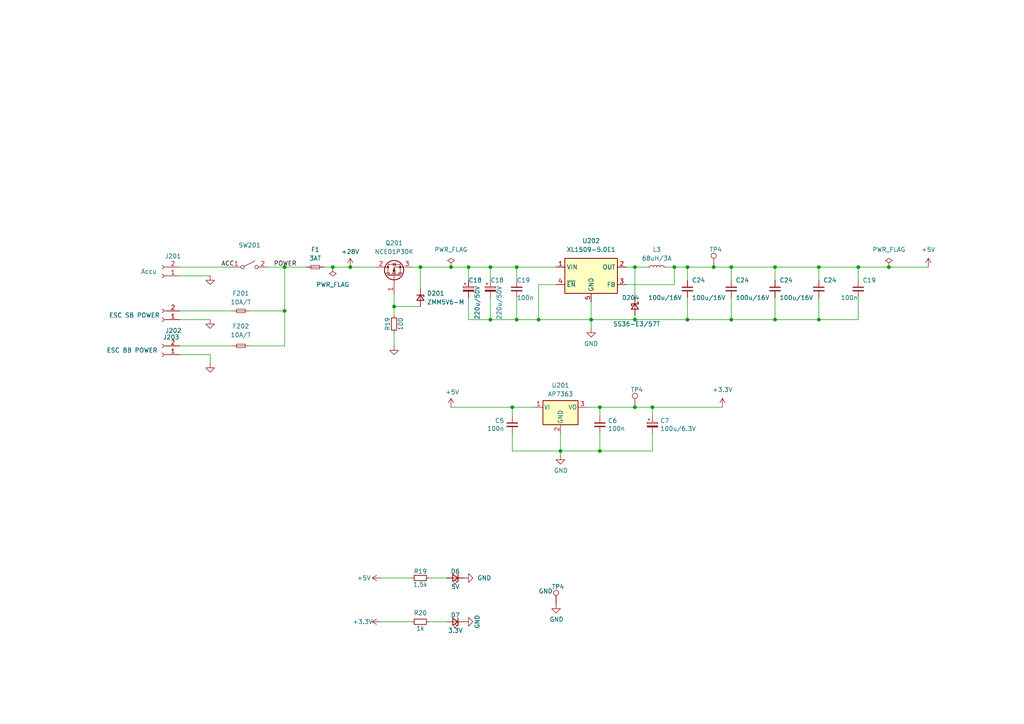
<source format=kicad_sch>
(kicad_sch (version 20230121) (generator eeschema)
  (paper "A4")
  (lib_symbols
    (symbol "Confocal:AP7363" (pin_names (offset 0.254))
      (property "Reference" "U203" (at 0 6.35 0))
      (property "Value" "AP7363" (at 0 3.81 0))
      (symbol "AP7363_0_1"
        (rectangle (start -5.08 -5.08) (end 5.08 1.905) (stroke (width 0.254)) (fill (type background)))
      )
      (symbol "AP7363_1_1"
        (pin power_in line (at -7.62 0 0) (length 2.54) (name "VI") (number "1"))
        (pin power_in line (at 0 -7.62 90) (length 2.54) (name "GND") (number "2"))
        (pin power_out line (at 7.62 0 180) (length 2.54) (name "VO") (number "3"))
      )
    )
    (symbol "Connector:Conn_01x02_Socket" (pin_names (offset 1.016) hide)
      (property "Reference" "J" (at 0 2.54 0))
      (property "Value" "Conn_01x02_Socket" (at 0 -5.08 0))
      (symbol "Conn_01x02_Socket_1_1"
        (arc (start 0 -2.032) (mid -0.5058 -2.54) (end 0 -3.048) (stroke (width 0.1524)))
        (polyline (pts (xy -1.27 -2.54) (xy -0.508 -2.54)) (stroke (width 0.1524)))
        (polyline (pts (xy -1.27 0) (xy -0.508 0)) (stroke (width 0.1524)))
        (arc (start 0 0.508) (mid -0.5058 0) (end 0 -0.508) (stroke (width 0.1524)))
        (pin passive line (at -5.08 0 0) (length 3.81) (name "Pin_1") (number "1"))
        (pin passive line (at -5.08 -2.54 0) (length 3.81) (name "Pin_2") (number "2"))
      )
    )
    (symbol "Connector:TestPoint" (pin_numbers hide) (pin_names (offset 0.762) hide)
      (property "Reference" "TP" (at 0 6.858 0))
      (property "Value" "TestPoint" (at 0 5.08 0))
      (symbol "TestPoint_0_1"
        (circle (center 0 3.302) (radius 0.762))
      )
      (symbol "TestPoint_1_1"
        (pin passive line (at 0 0 90) (length 2.54) (name "1") (number "1"))
      )
    )
    (symbol "Device:CP_Small" (pin_numbers hide) (pin_names (offset 0.254) hide)
      (property "Reference" "C" (at 0.254 1.778 0))
      (property "Value" "Device_CP_Small" (at 0.254 -2.032 0))
      (symbol "CP_Small_0_1"
        (rectangle (start -1.524 -0.3048) (end 1.524 -0.6858) (fill (type outline)))
        (rectangle (start -1.524 0.6858) (end 1.524 0.3048))
        (polyline (pts (xy -1.27 1.524) (xy -0.762 1.524)))
        (polyline (pts (xy -1.016 1.27) (xy -1.016 1.778)))
      )
      (symbol "CP_Small_1_1"
        (pin passive line (at 0 2.54 270) (length 1.8542) (name "~") (number "1"))
        (pin passive line (at 0 -2.54 90) (length 1.8542) (name "~") (number "2"))
      )
    )
    (symbol "Device:C_Polarized_Small" (pin_numbers hide) (pin_names (offset 0.254) hide)
      (property "Reference" "C" (at 0.254 1.778 0))
      (property "Value" "C_Polarized_Small" (at 0.254 -2.032 0))
      (symbol "C_Polarized_Small_0_1"
        (rectangle (start -1.524 -0.3048) (end 1.524 -0.6858) (fill (type outline)))
        (rectangle (start -1.524 0.6858) (end 1.524 0.3048))
        (polyline (pts (xy -1.27 1.524) (xy -0.762 1.524)))
        (polyline (pts (xy -1.016 1.27) (xy -1.016 1.778)))
      )
      (symbol "C_Polarized_Small_1_1"
        (pin passive line (at 0 2.54 270) (length 1.8542) (name "~") (number "1"))
        (pin passive line (at 0 -2.54 90) (length 1.8542) (name "~") (number "2"))
      )
    )
    (symbol "Device:C_Small" (pin_numbers hide) (pin_names (offset 0.254) hide)
      (property "Reference" "C" (at 0.254 1.778 0))
      (property "Value" "C_Small" (at 0.254 -2.032 0))
      (symbol "C_Small_0_1"
        (polyline (pts (xy -1.524 -0.508) (xy 1.524 -0.508)) (stroke (width 0.3302)))
        (polyline (pts (xy -1.524 0.508) (xy 1.524 0.508)) (stroke (width 0.3048)))
      )
      (symbol "C_Small_1_1"
        (pin passive line (at 0 2.54 270) (length 2.032) (name "~") (number "1"))
        (pin passive line (at 0 -2.54 90) (length 2.032) (name "~") (number "2"))
      )
    )
    (symbol "Device:D_Schottky_Small" (pin_numbers hide) (pin_names (offset 0.254) hide)
      (property "Reference" "D" (at -1.27 2.032 0))
      (property "Value" "D_Schottky_Small" (at -7.112 -2.032 0))
      (symbol "D_Schottky_Small_0_1"
        (polyline (pts (xy -0.762 0) (xy 0.762 0)))
        (polyline (pts (xy 0.762 -1.016) (xy -0.762 0) (xy 0.762 1.016) (xy 0.762 -1.016)) (stroke (width 0.254)))
        (polyline (pts (xy -1.27 0.762) (xy -1.27 1.016) (xy -0.762 1.016) (xy -0.762 -1.016) (xy -0.254 -1.016) (xy -0.254 -0.762)) (stroke (width 0.254)))
      )
      (symbol "D_Schottky_Small_1_1"
        (pin passive line (at -2.54 0 0) (length 1.778) (name "K") (number "1"))
        (pin passive line (at 2.54 0 180) (length 1.778) (name "A") (number "2"))
      )
    )
    (symbol "Device:D_Zener_Small" (pin_numbers hide) (pin_names (offset 0.254) hide)
      (property "Reference" "D" (at 0 2.286 0))
      (property "Value" "D_Zener_Small" (at 0 -2.286 0))
      (symbol "D_Zener_Small_0_1"
        (polyline (pts (xy 0.762 0) (xy -0.762 0)))
        (polyline (pts (xy -0.254 1.016) (xy -0.762 1.016) (xy -0.762 -1.016)) (stroke (width 0.254)))
        (polyline (pts (xy 0.762 1.016) (xy -0.762 0) (xy 0.762 -1.016) (xy 0.762 1.016)) (stroke (width 0.254)))
      )
      (symbol "D_Zener_Small_1_1"
        (pin passive line (at -2.54 0 0) (length 1.778) (name "K") (number "1"))
        (pin passive line (at 2.54 0 180) (length 1.778) (name "A") (number "2"))
      )
    )
    (symbol "Device:Fuse_Small" (pin_numbers hide) (pin_names (offset 0.254) hide)
      (property "Reference" "F" (at 0 -1.524 0))
      (property "Value" "Fuse_Small" (at 0 1.524 0))
      (symbol "Fuse_Small_0_1"
        (rectangle (start -1.27 0.508) (end 1.27 -0.508))
        (polyline (pts (xy -1.27 0) (xy 1.27 0)))
      )
      (symbol "Fuse_Small_1_1"
        (pin passive line (at -2.54 0 0) (length 1.27) (name "~") (number "1"))
        (pin passive line (at 2.54 0 180) (length 1.27) (name "~") (number "2"))
      )
    )
    (symbol "Device:LED_Small" (pin_numbers hide) (pin_names (offset 0.254) hide)
      (property "Reference" "D" (at -1.27 3.175 0))
      (property "Value" "LED_Small" (at -4.445 -2.54 0))
      (symbol "LED_Small_0_1"
        (polyline (pts (xy -0.762 -1.016) (xy -0.762 1.016)) (stroke (width 0.254)))
        (polyline (pts (xy 1.016 0) (xy -0.762 0)))
        (polyline (pts (xy 0.762 -1.016) (xy -0.762 0) (xy 0.762 1.016) (xy 0.762 -1.016)) (stroke (width 0.254)))
        (polyline (pts (xy 0 0.762) (xy -0.508 1.27) (xy -0.254 1.27) (xy -0.508 1.27) (xy -0.508 1.016)))
        (polyline (pts (xy 0.508 1.27) (xy 0 1.778) (xy 0.254 1.778) (xy 0 1.778) (xy 0 1.524)))
      )
      (symbol "LED_Small_1_1"
        (pin passive line (at -2.54 0 0) (length 1.778) (name "K") (number "1"))
        (pin passive line (at 2.54 0 180) (length 1.778) (name "A") (number "2"))
      )
    )
    (symbol "Device:L_Small" (pin_numbers hide) (pin_names (offset 0.254) hide)
      (property "Reference" "L" (at 0.762 1.016 0))
      (property "Value" "L_Small" (at 0.762 -1.016 0))
      (symbol "L_Small_0_1"
        (arc (start 0 -2.032) (mid 0.5058 -1.524) (end 0 -1.016))
        (arc (start 0 -1.016) (mid 0.5058 -0.508) (end 0 0))
        (arc (start 0 0) (mid 0.5058 0.508) (end 0 1.016))
        (arc (start 0 1.016) (mid 0.5058 1.524) (end 0 2.032))
      )
      (symbol "L_Small_1_1"
        (pin passive line (at 0 2.54 270) (length 0.508) (name "~") (number "1"))
        (pin passive line (at 0 -2.54 90) (length 0.508) (name "~") (number "2"))
      )
    )
    (symbol "Device:Q_PMOS_GDS" (pin_names (offset 0) hide)
      (property "Reference" "Q" (at 5.08 1.27 0))
      (property "Value" "Q_PMOS_GDS" (at 5.08 -1.27 0))
      (symbol "Q_PMOS_GDS_0_1"
        (polyline (pts (xy 0.254 0) (xy -2.54 0)))
        (polyline (pts (xy 0.254 1.905) (xy 0.254 -1.905)) (stroke (width 0.254)))
        (polyline (pts (xy 0.762 -1.27) (xy 0.762 -2.286)) (stroke (width 0.254)))
        (polyline (pts (xy 0.762 0.508) (xy 0.762 -0.508)) (stroke (width 0.254)))
        (polyline (pts (xy 0.762 2.286) (xy 0.762 1.27)) (stroke (width 0.254)))
        (polyline (pts (xy 2.54 2.54) (xy 2.54 1.778)))
        (polyline (pts (xy 2.54 -2.54) (xy 2.54 0) (xy 0.762 0)))
        (polyline (pts (xy 0.762 1.778) (xy 3.302 1.778) (xy 3.302 -1.778) (xy 0.762 -1.778)))
        (polyline (pts (xy 2.286 0) (xy 1.27 0.381) (xy 1.27 -0.381) (xy 2.286 0)) (fill (type outline)))
        (polyline (pts (xy 2.794 -0.508) (xy 2.921 -0.381) (xy 3.683 -0.381) (xy 3.81 -0.254)))
        (polyline (pts (xy 3.302 -0.381) (xy 2.921 0.254) (xy 3.683 0.254) (xy 3.302 -0.381)))
        (circle (center 1.651 0) (radius 2.794) (stroke (width 0.254)))
        (circle (center 2.54 -1.778) (radius 0.254) (fill (type outline)))
        (circle (center 2.54 1.778) (radius 0.254) (fill (type outline)))
      )
      (symbol "Q_PMOS_GDS_1_1"
        (pin input line (at -5.08 0 0) (length 2.54) (name "G") (number "1"))
        (pin passive line (at 2.54 5.08 270) (length 2.54) (name "D") (number "2"))
        (pin passive line (at 2.54 -5.08 90) (length 2.54) (name "S") (number "3"))
      )
    )
    (symbol "Device:R_Small" (pin_numbers hide) (pin_names (offset 0.254) hide)
      (property "Reference" "R" (at 0.762 0.508 0))
      (property "Value" "R_Small" (at 0.762 -1.016 0))
      (symbol "R_Small_0_1"
        (rectangle (start -0.762 1.778) (end 0.762 -1.778) (stroke (width 0.2032)))
      )
      (symbol "R_Small_1_1"
        (pin passive line (at 0 2.54 270) (length 0.762) (name "~") (number "1"))
        (pin passive line (at 0 -2.54 90) (length 0.762) (name "~") (number "2"))
      )
    )
    (symbol "Regulator_Switching:XL1509-5.0"
      (property "Reference" "U" (at -7.112 6.096 0))
      (property "Value" "XL1509-5.0" (at 5.842 6.096 0))
      (symbol "XL1509-5.0_0_1"
        (rectangle (start -7.62 5.08) (end 7.62 -5.08) (stroke (width 0.254)) (fill (type background)))
      )
      (symbol "XL1509-5.0_1_1"
        (pin power_in line (at -10.16 2.54 0) (length 2.54) (name "VIN") (number "1"))
        (pin power_out line (at 10.16 2.54 180) (length 2.54) (name "OUT") (number "2"))
        (pin input line (at 10.16 -2.54 180) (length 2.54) (name "FB") (number "3"))
        (pin input line (at -10.16 -2.54 0) (length 2.54) (name "~{EN}") (number "4"))
        (pin power_in line (at 0 -7.62 90) (length 2.54) (name "GND") (number "5"))
        (pin passive line (at 0 -7.62 90) (length 2.54) hide (name "GND") (number "6"))
        (pin passive line (at 0 -7.62 90) (length 2.54) hide (name "GND") (number "7"))
        (pin passive line (at 0 -7.62 90) (length 2.54) hide (name "GND") (number "8"))
      )
    )
    (symbol "Switch:SW_SPST" (pin_names (offset 0) hide)
      (property "Reference" "SW" (at 0 3.175 0))
      (property "Value" "SW_SPST" (at 0 -2.54 0))
      (symbol "SW_SPST_0_0"
        (circle (center -2.032 0) (radius 0.508))
        (polyline (pts (xy -1.524 0.254) (xy 1.524 1.778)))
        (circle (center 2.032 0) (radius 0.508))
      )
      (symbol "SW_SPST_1_1"
        (pin passive line (at -5.08 0 0) (length 2.54) (name "A") (number "1"))
        (pin passive line (at 5.08 0 180) (length 2.54) (name "B") (number "2"))
      )
    )
    (symbol "power:+28V" (power) (pin_names (offset 0))
      (property "Value" "+28V" (at 0 3.81 0))
      (symbol "+28V_0_1"
        (polyline (pts (xy -0.762 1.27) (xy 0 2.54)))
        (polyline (pts (xy 0 0) (xy 0 2.54)))
        (polyline (pts (xy 0 2.54) (xy 0.762 1.27)))
      )
      (symbol "+28V_1_1"
        (pin power_in line (at 0 0 90) (length 0) hide (name "+28V") (number "1"))
      )
    )
    (symbol "power:+3.3V" (power) (pin_names (offset 0))
      (property "Value" "+3.3V" (at 0 3.556 0))
      (symbol "+3.3V_0_1"
        (polyline (pts (xy -0.762 1.27) (xy 0 2.54)))
        (polyline (pts (xy 0 0) (xy 0 2.54)))
        (polyline (pts (xy 0 2.54) (xy 0.762 1.27)))
      )
      (symbol "+3.3V_1_1"
        (pin power_in line (at 0 0 90) (length 0) hide (name "+3.3V") (number "1"))
      )
    )
    (symbol "power:+5V" (power) (pin_names (offset 0))
      (property "Value" "+5V" (at 0 3.556 0))
      (symbol "+5V_0_1"
        (polyline (pts (xy -0.762 1.27) (xy 0 2.54)))
        (polyline (pts (xy 0 0) (xy 0 2.54)))
        (polyline (pts (xy 0 2.54) (xy 0.762 1.27)))
      )
      (symbol "+5V_1_1"
        (pin power_in line (at 0 0 90) (length 0) hide (name "+5V") (number "1"))
      )
    )
    (symbol "power:GND" (power) (pin_names (offset 0))
      (property "Value" "GND" (at 0 -3.81 0))
      (symbol "GND_0_1"
        (polyline (pts (xy 0 0) (xy 0 -1.27) (xy 1.27 -1.27) (xy 0 -2.54) (xy -1.27 -1.27) (xy 0 -1.27)))
      )
      (symbol "GND_1_1"
        (pin power_in line (at 0 0 270) (length 0) hide (name "GND") (number "1"))
      )
    )
    (symbol "power:PWR_FLAG" (power) (pin_numbers hide) (pin_names (offset 0) hide)
      (property "Value" "PWR_FLAG" (at 0 3.81 0))
      (symbol "PWR_FLAG_0_0"
        (pin power_out line (at 0 0 90) (length 0) (name "pwr") (number "1"))
      )
      (symbol "PWR_FLAG_0_1"
        (polyline (pts (xy 0 0) (xy 0 1.27) (xy -1.016 1.905) (xy 0 2.54) (xy 1.016 1.905) (xy 0 1.27)))
      )
    )
  )
  (junction (at 224.79 77.47))
  (junction (at 135.89 77.47))
  (junction (at 207.01 77.47))
  (junction (at 149.86 77.47))
  (junction (at 114.3 88.9))
  (junction (at 257.81 77.47))
  (junction (at 142.24 92.71))
  (junction (at 173.99 118.11))
  (junction (at 237.49 77.47))
  (junction (at 82.55 77.47))
  (junction (at 121.92 77.47))
  (junction (at 149.86 92.71))
  (junction (at 212.09 92.71))
  (junction (at 224.79 92.71))
  (junction (at 184.15 118.11))
  (junction (at 199.39 77.47))
  (junction (at 173.99 130.81))
  (junction (at 212.09 77.47))
  (junction (at 189.23 118.11))
  (junction (at 195.58 77.47))
  (junction (at 156.21 92.71))
  (junction (at 248.92 77.47))
  (junction (at 199.39 92.71))
  (junction (at 101.6 77.47))
  (junction (at 171.45 92.71))
  (junction (at 162.56 130.81))
  (junction (at 82.55 90.17))
  (junction (at 130.81 77.47))
  (junction (at 148.59 118.11))
  (junction (at 237.49 92.71))
  (junction (at 96.52 77.47))
  (junction (at 184.15 77.47))
  (junction (at 142.24 77.47))
  (junction (at 184.15 92.71))
  (wire (pts (xy 124.46 180.34) (xy 129.54 180.34)))
  (wire (pts (xy 193.04 77.47) (xy 195.58 77.47)))
  (wire (pts (xy 171.45 87.63) (xy 171.45 92.71)))
  (wire (pts (xy 212.09 92.71) (xy 224.79 92.71)))
  (wire (pts (xy 184.15 91.44) (xy 184.15 92.71)))
  (wire (pts (xy 101.6 77.47) (xy 109.22 77.47)))
  (wire (pts (xy 52.07 102.87) (xy 60.96 102.87)))
  (wire (pts (xy 77.47 77.47) (xy 82.55 77.47)))
  (wire (pts (xy 248.92 92.71) (xy 248.92 86.36)))
  (wire (pts (xy 142.24 77.47) (xy 135.89 77.47)))
  (wire (pts (xy 119.38 77.47) (xy 121.92 77.47)))
  (wire (pts (xy 52.07 77.47) (xy 67.31 77.47)))
  (wire (pts (xy 173.99 118.11) (xy 184.15 118.11)))
  (wire (pts (xy 237.49 77.47) (xy 248.92 77.47)))
  (wire (pts (xy 173.99 120.65) (xy 173.99 118.11)))
  (wire (pts (xy 156.21 82.55) (xy 156.21 92.71)))
  (wire (pts (xy 52.07 92.71) (xy 60.96 92.71)))
  (wire (pts (xy 224.79 92.71) (xy 237.49 92.71)))
  (wire (pts (xy 142.24 77.47) (xy 142.24 81.28)))
  (wire (pts (xy 149.86 77.47) (xy 149.86 81.28)))
  (wire (pts (xy 60.96 102.87) (xy 60.96 105.41)))
  (wire (pts (xy 224.79 86.36) (xy 224.79 92.71)))
  (wire (pts (xy 52.07 100.33) (xy 67.31 100.33)))
  (wire (pts (xy 142.24 77.47) (xy 149.86 77.47)))
  (wire (pts (xy 114.3 96.52) (xy 114.3 100.33)))
  (wire (pts (xy 173.99 125.73) (xy 173.99 130.81)))
  (wire (pts (xy 199.39 92.71) (xy 212.09 92.71)))
  (wire (pts (xy 114.3 88.9) (xy 114.3 85.09)))
  (wire (pts (xy 124.46 167.64) (xy 129.54 167.64)))
  (wire (pts (xy 237.49 77.47) (xy 237.49 81.28)))
  (wire (pts (xy 93.98 77.47) (xy 96.52 77.47)))
  (wire (pts (xy 161.29 77.47) (xy 149.86 77.47)))
  (wire (pts (xy 72.39 90.17) (xy 82.55 90.17)))
  (wire (pts (xy 135.89 77.47) (xy 135.89 81.28)))
  (wire (pts (xy 82.55 77.47) (xy 88.9 77.47)))
  (wire (pts (xy 224.79 77.47) (xy 224.79 81.28)))
  (wire (pts (xy 199.39 77.47) (xy 207.01 77.47)))
  (wire (pts (xy 237.49 86.36) (xy 237.49 92.71)))
  (wire (pts (xy 135.89 86.36) (xy 135.89 92.71)))
  (wire (pts (xy 162.56 125.73) (xy 162.56 130.81)))
  (wire (pts (xy 248.92 77.47) (xy 248.92 81.28)))
  (wire (pts (xy 156.21 92.71) (xy 171.45 92.71)))
  (wire (pts (xy 224.79 77.47) (xy 237.49 77.47)))
  (wire (pts (xy 149.86 92.71) (xy 156.21 92.71)))
  (wire (pts (xy 149.86 86.36) (xy 149.86 92.71)))
  (wire (pts (xy 82.55 100.33) (xy 72.39 100.33)))
  (wire (pts (xy 148.59 118.11) (xy 154.94 118.11)))
  (wire (pts (xy 52.07 90.17) (xy 67.31 90.17)))
  (wire (pts (xy 162.56 132.08) (xy 162.56 130.81)))
  (wire (pts (xy 212.09 77.47) (xy 224.79 77.47)))
  (wire (pts (xy 135.89 92.71) (xy 142.24 92.71)))
  (wire (pts (xy 148.59 125.73) (xy 148.59 130.81)))
  (wire (pts (xy 114.3 88.9) (xy 114.3 91.44)))
  (wire (pts (xy 52.07 80.01) (xy 60.96 80.01)))
  (wire (pts (xy 161.29 82.55) (xy 156.21 82.55)))
  (wire (pts (xy 199.39 77.47) (xy 199.39 81.28)))
  (wire (pts (xy 110.49 167.64) (xy 119.38 167.64)))
  (wire (pts (xy 207.01 77.47) (xy 212.09 77.47)))
  (wire (pts (xy 184.15 92.71) (xy 199.39 92.71)))
  (wire (pts (xy 257.81 77.47) (xy 248.92 77.47)))
  (wire (pts (xy 181.61 77.47) (xy 184.15 77.47)))
  (wire (pts (xy 170.18 118.11) (xy 173.99 118.11)))
  (wire (pts (xy 195.58 77.47) (xy 199.39 77.47)))
  (wire (pts (xy 142.24 86.36) (xy 142.24 92.71)))
  (wire (pts (xy 171.45 92.71) (xy 184.15 92.71)))
  (wire (pts (xy 189.23 125.73) (xy 189.23 130.81)))
  (wire (pts (xy 142.24 92.71) (xy 149.86 92.71)))
  (wire (pts (xy 82.55 77.47) (xy 82.55 90.17)))
  (wire (pts (xy 212.09 77.47) (xy 212.09 81.28)))
  (wire (pts (xy 121.92 77.47) (xy 121.92 83.82)))
  (wire (pts (xy 121.92 88.9) (xy 114.3 88.9)))
  (wire (pts (xy 110.49 180.34) (xy 119.38 180.34)))
  (wire (pts (xy 148.59 120.65) (xy 148.59 118.11)))
  (wire (pts (xy 212.09 86.36) (xy 212.09 92.71)))
  (wire (pts (xy 195.58 77.47) (xy 195.58 82.55)))
  (wire (pts (xy 199.39 86.36) (xy 199.39 92.71)))
  (wire (pts (xy 189.23 130.81) (xy 173.99 130.81)))
  (wire (pts (xy 189.23 120.65) (xy 189.23 118.11)))
  (wire (pts (xy 269.24 77.47) (xy 257.81 77.47)))
  (wire (pts (xy 130.81 118.11) (xy 148.59 118.11)))
  (wire (pts (xy 121.92 77.47) (xy 130.81 77.47)))
  (wire (pts (xy 195.58 82.55) (xy 181.61 82.55)))
  (wire (pts (xy 184.15 77.47) (xy 187.96 77.47)))
  (wire (pts (xy 237.49 92.71) (xy 248.92 92.71)))
  (wire (pts (xy 96.52 77.47) (xy 101.6 77.47)))
  (wire (pts (xy 148.59 130.81) (xy 162.56 130.81)))
  (wire (pts (xy 184.15 77.47) (xy 184.15 86.36)))
  (wire (pts (xy 189.23 118.11) (xy 209.55 118.11)))
  (wire (pts (xy 82.55 90.17) (xy 82.55 100.33)))
  (wire (pts (xy 130.81 77.47) (xy 135.89 77.47)))
  (wire (pts (xy 162.56 130.81) (xy 173.99 130.81)))
  (wire (pts (xy 184.15 118.11) (xy 189.23 118.11)))
  (wire (pts (xy 171.45 92.71) (xy 171.45 95.25)))
  (label "ACC" (at 64.135 77.47 0))
  (label "POWER" (at 79.375 77.47 0))
  (symbol (lib_id "Device:C_Small") (at 224.79 83.82 0) (unit 1)
    (property "Reference" "C24" (at 226.06 81.28 0) (effects (justify left)))
    (property "Value" "100u/16V" (at 213.36 86.36 0) (effects (justify left)))
    (property "Footprint" "Capacitor_SMD:C_1210_3225Metric" (effects hide))
    (property "LCSC" "C90143" (effects hide))
    (instances (project "NIKOLA-02-E-001_PCAScannerController_R1" (path "" (reference "C24") (unit 1))) (project "Nice-Buoy-V1.0" (path "" (reference "C209") (unit 1))))
  )
  (symbol (lib_id "Device:C_Small") (at 248.92 83.82 0) (unit 1)
    (property "Reference" "C19" (at 250.19 81.28 0) (effects (justify left)))
    (property "Value" "100n" (at 243.84 86.36 0) (effects (justify left)))
    (property "Footprint" "A_Device:C_0603" (effects hide))
    (property "LCSC" "C14663" (effects hide))
    (instances (project "NIKOLA-02-E-001_PCAScannerController_R1" (path "" (reference "C19") (unit 1))) (project "Nice-Buoy-V1.0" (path "" (reference "C211") (unit 1))))
  )
  (symbol (lib_id "Device:D_Schottky_Small") (at 184.15 88.9 270) (unit 1)
    (property "Reference" "D204" (at 180.34 86.36 90) (effects (justify left)))
    (property "Value" "SS36-E3/57T" (at 177.8 93.98 90) (effects (justify left)))
    (property "Footprint" "A_Device:D_SMC_7.1x6.2x2.65" (effects hide))
    (property "Datasheet" "https://datasheet.lcsc.com/lcsc/1809042323_Vishay-Intertech-SS36-E3-57T_C35722.pdf" (effects hide))
    (property "LCSC" "C35722" (effects hide))
  )
  (symbol (lib_id "power:+3.3V") (at 110.49 180.34 90) (unit 1)
    (property "Reference" "#PWR020" (effects hide))
    (property "Value" "+3.3V" (at 102.235 180.34 90) (effects (justify right)))
    (instances (project "NIKOLA-02-E-001_PCAScannerController_R1" (path "" (reference "#PWR020") (unit 1))) (project "Nice-Buoy-V1.0" (path "" (reference "#PWR0206") (unit 1))))
  )
  (symbol (lib_id "power:PWR_FLAG") (at 257.81 77.47 0) (unit 1)
    (property "Reference" "#FLG0203" (effects hide))
    (property "Value" "PWR_FLAG" (at 257.81 72.39 0))
  )
  (symbol (lib_id "Regulator_Switching:XL1509-5.0") (at 171.45 80.01 0) (unit 1)
    (property "Reference" "U202" (at 171.45 69.85 0))
    (property "Value" "XL1509-5.0E1" (at 171.45 72.39 0))
    (property "Footprint" "Package_SO:SOIC-8_3.9x4.9mm_P1.27mm" (effects hide))
    (property "Datasheet" "https://datasheet.lcsc.com/lcsc/1809050422_XLSEMI-XL1509-5-0E1_C61063.pdf" (effects hide))
    (property "LCSC" "C61063" (effects hide))
  )
  (symbol (lib_id "power:+3.3V") (at 209.55 118.11 0) (unit 1)
    (property "Reference" "#PWR0214" (effects hide))
    (property "Value" "+3.3V" (at 209.55 113.03 0))
  )
  (symbol (lib_id "power:+28V") (at 101.6 77.47 0) (unit 1)
    (property "Reference" "#PWR0204" (effects hide))
    (property "Value" "+28V" (at 101.6 73.025 0))
  )
  (symbol (lib_id "Switch:SW_SPST") (at 72.39 77.47 0) (unit 1)
    (property "Reference" "SW201" (at 72.39 71.12 0))
    (property "Value" "SW_SPST" (effects hide))
    (property "Footprint" "TerminalBlock_Phoenix:TerminalBlock_Phoenix_PT-1,5-2-3.5-H_1x02_P3.50mm_Horizontal" (effects hide))
  )
  (symbol (lib_id "Connector:Conn_01x02_Socket") (at 46.99 80.01 180) (unit 1)
    (property "Reference" "J201" (at 50.165 74.295 0))
    (property "Value" "Accu" (at 43.18 78.74 0))
    (property "Footprint" "A_Connector:AMASS_XT60-M_1x02_P7.20mm_Vertical" (effects hide))
    (property "Datasheet" "chrome-extension://efaidnbmnnnibpcajpcglclefindmkaj/https://datasheet.lcsc.com/lcsc/1810251322_Changzhou-Amass-Elec-XT60-F_C98734.pdf" (effects hide))
    (property "LCSC" "C98733" (effects hide))
    (property "Type" " XT60" (effects hide))
  )
  (symbol (lib_id "Device:C_Polarized_Small") (at 142.24 83.82 0) (unit 1)
    (property "Reference" "C18" (at 142.24 81.28 0) (effects (justify left)))
    (property "Value" "220u/50V" (at 144.78 92.71 90) (effects (justify left)))
    (property "Footprint" "A_Device:CP_ALU_D10x10.5" (effects hide))
    (property "LCSC" "C125977" (effects hide))
    (instances (project "NIKOLA-02-E-001_PCAScannerController_R1" (path "" (reference "C18") (unit 1))) (project "Nice-Buoy-V1.0" (path "" (reference "C202") (unit 1))))
  )
  (symbol (lib_id "Device:C_Small") (at 199.39 83.82 0) (unit 1)
    (property "Reference" "C24" (at 200.66 81.28 0) (effects (justify left)))
    (property "Value" "100u/16V" (at 187.96 86.36 0) (effects (justify left)))
    (property "Footprint" "Capacitor_SMD:C_1210_3225Metric" (effects hide))
    (property "LCSC" "C90143" (effects hide))
    (instances (project "NIKOLA-02-E-001_PCAScannerController_R1" (path "" (reference "C24") (unit 1))) (project "Nice-Buoy-V1.0" (path "" (reference "C207") (unit 1))))
  )
  (symbol (lib_id "power:+5V") (at 269.24 77.47 0) (unit 1)
    (property "Reference" "#PWR0215" (effects hide))
    (property "Value" "+5V" (at 269.24 72.39 0))
  )
  (symbol (lib_id "Device:L_Small") (at 190.5 77.47 90) (unit 1)
    (property "Reference" "L3" (at 190.5 72.39 90))
    (property "Value" "68uH/3A" (at 190.5 74.93 90))
    (property "Footprint" "A_Device:L_11.5x10.0mm" (effects hide))
    (property "LCSC" "C497902" (effects hide))
    (instances (project "NIKOLA-02-E-001_PCAScannerController_R1" (path "" (reference "L3") (unit 1))) (project "Nice-Buoy-V1.0" (path "" (reference "L201") (unit 1))))
  )
  (symbol (lib_id "power:GND") (at 134.62 180.34 90) (unit 1)
    (property "Reference" "#PWR024" (effects hide))
    (property "Value" "GND" (at 138.43 180.34 0))
    (instances (project "NIKOLA-02-E-001_PCAScannerController_R1" (path "" (reference "#PWR024") (unit 1))) (project "Nice-Buoy-V1.0" (path "" (reference "#PWR0210") (unit 1))))
  )
  (symbol (lib_id "Device:R_Small") (at 114.3 93.98 180) (unit 1)
    (property "Reference" "R19" (at 112.395 93.98 90))
    (property "Value" "100" (at 116.205 93.98 90))
    (property "Footprint" "A_Device:R_0603" (effects hide))
    (property "LCSC" "C22843" (effects hide))
    (instances (project "NIKOLA-02-E-001_PCAScannerController_R1" (path "" (reference "R19") (unit 1))) (project "Nice-Buoy-V1.0" (path "" (reference "R201") (unit 1))))
  )
  (symbol (lib_id "Device:LED_Small") (at 132.08 167.64 180) (unit 1)
    (property "Reference" "D6" (at 132.08 165.735 0))
    (property "Value" "5V" (at 132.08 170.18 0))
    (property "Footprint" "LED_SMD:LED_0603_1608Metric" (effects hide))
    (property "Datasheet" "https://datasheet.lcsc.com/szlcsc/Hubei-KENTO-Elec-KT-0603R_C2286.pdf" (effects hide))
    (property "LCSC" "C72043" (effects hide))
    (instances (project "NIKOLA-02-E-001_PCAScannerController_R1" (path "" (reference "D6") (unit 1))) (project "Nice-Buoy-V1.0" (path "" (reference "D202") (unit 1))))
  )
  (symbol (lib_id "power:PWR_FLAG") (at 130.81 77.47 0) (unit 1)
    (property "Reference" "#FLG0202" (effects hide))
    (property "Value" "PWR_FLAG" (at 130.81 72.39 0))
  )
  (symbol (lib_id "power:GND") (at 171.45 95.25 0) (unit 1)
    (property "Reference" "#PWR0213" (effects hide))
    (property "Value" "GND" (at 171.45 99.695 0))
  )
  (symbol (lib_id "Connector:Conn_01x02_Socket") (at 46.99 92.71 180) (unit 1)
    (property "Reference" "J202" (at 52.705 95.885 0) (effects (justify left)))
    (property "Value" "ESC SB POWER" (at 46.355 91.44 0) (effects (justify left)))
    (property "Footprint" "A_Connector:AMASS_XT60-F_1x02_P7.20mm_Vertical" (effects hide))
    (property "Datasheet" "chrome-extension://efaidnbmnnnibpcajpcglclefindmkaj/https://datasheet.lcsc.com/lcsc/1810251322_Changzhou-Amass-Elec-XT60-F_C98734.pdf" (effects hide))
    (property "LCSC" "C98734" (effects hide))
    (property "Type" " XT60-F" (effects hide))
  )
  (symbol (lib_id "Device:Fuse_Small") (at 91.44 77.47 0) (unit 1)
    (property "Reference" "F1" (at 91.44 72.39 0))
    (property "Value" "3AT" (at 91.44 74.93 0))
    (property "Footprint" "Fuse:Fuse_1812_4532Metric" (effects hide))
    (property "LCSC" "C269140" (effects hide))
    (instances (project "NIKOLA-02-E-001_PCAScannerController_R1" (path "" (reference "F1") (unit 1))) (project "Nice-Buoy-V1.0" (path "" (reference "F203") (unit 1))))
  )
  (symbol (lib_id "Device:C_Small") (at 212.09 83.82 0) (unit 1)
    (property "Reference" "C24" (at 213.36 81.28 0) (effects (justify left)))
    (property "Value" "100u/16V" (at 200.66 86.36 0) (effects (justify left)))
    (property "Footprint" "Capacitor_SMD:C_1210_3225Metric" (effects hide))
    (property "LCSC" "C90143" (effects hide))
    (instances (project "NIKOLA-02-E-001_PCAScannerController_R1" (path "" (reference "C24") (unit 1))) (project "Nice-Buoy-V1.0" (path "" (reference "C208") (unit 1))))
  )
  (symbol (lib_id "power:GND") (at 114.3 100.33 0) (unit 1)
    (property "Reference" "#PWR0207" (effects hide))
    (property "Value" "GND" (effects hide))
  )
  (symbol (lib_id "Device:C_Polarized_Small") (at 135.89 83.82 0) (unit 1)
    (property "Reference" "C18" (at 135.89 81.28 0) (effects (justify left)))
    (property "Value" "220u/50V" (at 138.43 92.71 90) (effects (justify left)))
    (property "Footprint" "A_Device:CP_ALU_D10x10.5" (effects hide))
    (property "LCSC" "C125977" (effects hide))
    (instances (project "NIKOLA-02-E-001_PCAScannerController_R1" (path "" (reference "C18") (unit 1))) (project "Nice-Buoy-V1.0" (path "" (reference "C201") (unit 1))))
  )
  (symbol (lib_id "Device:Q_PMOS_GDS") (at 114.3 80.01 90) (unit 1)
    (property "Reference" "Q201" (at 114.3 70.485 90))
    (property "Value" "NCE01P30K" (at 114.3 73.025 90))
    (property "Footprint" "Package_TO_SOT_SMD:TO-252-2" (effects hide))
    (property "Datasheet" "chrome-extension://efaidnbmnnnibpcajpcglclefindmkaj/https://datasheet.lcsc.com/szlcsc/1912111437_Wuxi-NCE-Power-Semiconductor-NCE01P30K_C115991.pdf" (effects hide))
    (property "LCSC" "C115991" (effects hide))
  )
  (symbol (lib_id "Device:C_Small") (at 149.86 83.82 0) (unit 1)
    (property "Reference" "C19" (at 149.86 81.28 0) (effects (justify left)))
    (property "Value" "100n" (at 149.86 86.36 0) (effects (justify left)))
    (property "Footprint" "A_Device:C_0603" (effects hide))
    (property "LCSC" "C14663" (effects hide))
    (instances (project "NIKOLA-02-E-001_PCAScannerController_R1" (path "" (reference "C19") (unit 1))) (project "Nice-Buoy-V1.0" (path "" (reference "C204") (unit 1))))
  )
  (symbol (lib_id "Device:Fuse_Small") (at 69.85 90.17 0) (unit 1)
    (property "Reference" "F201" (at 69.85 85.09 0))
    (property "Value" "10A/T" (at 69.85 87.63 0))
    (property "Footprint" "Fuse:Fuseholder_Cylinder-5x20mm_Schurter_0031_8201_Horizontal_Open" (effects hide))
    (property "LCSC" "C842712" (effects hide))
  )
  (symbol (lib_id "Device:R_Small") (at 121.92 180.34 270) (unit 1)
    (property "Reference" "R20" (at 121.92 177.8 90))
    (property "Value" "1k" (at 121.92 182.245 90))
    (property "Footprint" "A_Device:R_0603" (effects hide))
    (property "LCSC" "C21190" (effects hide))
    (instances (project "NIKOLA-02-E-001_PCAScannerController_R1" (path "" (reference "R20") (unit 1))) (project "Nice-Buoy-V1.0" (path "" (reference "R203") (unit 1))))
  )
  (symbol (lib_id "power:GND") (at 161.29 175.26 0) (unit 1)
    (property "Reference" "#PWR07" (effects hide))
    (property "Value" "GND" (at 161.417 179.6542 0))
    (instances (project "Smartbox4.0_V1.3" (path "" (reference "#PWR07") (unit 1))) (project "Nice-Buoy-V1.0" (path "" (reference "#PWR0211") (unit 1))))
  )
  (symbol (lib_id "Device:R_Small") (at 121.92 167.64 90) (unit 1)
    (property "Reference" "R19" (at 121.92 165.735 90))
    (property "Value" "1.5k" (at 121.92 169.545 90))
    (property "Footprint" "A_Device:R_0603" (effects hide))
    (property "LCSC" "C22843" (effects hide))
    (instances (project "NIKOLA-02-E-001_PCAScannerController_R1" (path "" (reference "R19") (unit 1))) (project "Nice-Buoy-V1.0" (path "" (reference "R202") (unit 1))))
  )
  (symbol (lib_id "Connector:Conn_01x02_Socket") (at 46.99 102.87 180) (unit 1)
    (property "Reference" "J203" (at 52.07 97.79 0) (effects (justify left)))
    (property "Value" "ESC BB POWER" (at 45.72 101.6 0) (effects (justify left)))
    (property "Footprint" "A_Connector:AMASS_XT60-F_1x02_P7.20mm_Vertical" (effects hide))
    (property "Datasheet" "chrome-extension://efaidnbmnnnibpcajpcglclefindmkaj/https://datasheet.lcsc.com/lcsc/1810251322_Changzhou-Amass-Elec-XT60-F_C98734.pdf" (effects hide))
    (property "LCSC" "C98734" (effects hide))
    (property "Type" " XT60-F" (effects hide))
  )
  (symbol (lib_id "Device:LED_Small") (at 132.08 180.34 180) (unit 1)
    (property "Reference" "D7" (at 132.08 178.435 0))
    (property "Value" "3.3V" (at 132.08 182.88 0))
    (property "Footprint" "LED_SMD:LED_0603_1608Metric" (effects hide))
    (property "Datasheet" "https://datasheet.lcsc.com/szlcsc/Hubei-KENTO-Elec-KT-0603R_C2286.pdf" (effects hide))
    (property "LCSC" "C72043" (effects hide))
    (instances (project "NIKOLA-02-E-001_PCAScannerController_R1" (path "" (reference "D7") (unit 1))) (project "Nice-Buoy-V1.0" (path "" (reference "D203") (unit 1))))
  )
  (symbol (lib_id "power:GND") (at 162.56 132.08 0) (unit 1)
    (property "Reference" "#PWR07" (effects hide))
    (property "Value" "GND" (at 162.687 136.4742 0))
    (instances (project "Smartbox4.0_V1.3" (path "" (reference "#PWR07") (unit 1))) (project "Nice-Buoy-V1.0" (path "" (reference "#PWR0212") (unit 1))))
  )
  (symbol (lib_id "Device:Fuse_Small") (at 69.85 100.33 0) (unit 1)
    (property "Reference" "F202" (at 69.85 94.615 0))
    (property "Value" "10A/T" (at 69.85 97.155 0))
    (property "Footprint" "Fuse:Fuseholder_Cylinder-5x20mm_Schurter_0031_8201_Horizontal_Open" (effects hide))
    (property "LCSC" "C842712" (effects hide))
  )
  (symbol (lib_id "Device:C_Small") (at 173.99 123.19 0) (unit 1)
    (property "Reference" "C6" (at 176.3268 122.0216 0) (effects (justify left)))
    (property "Value" "100n" (at 176.3268 124.333 0) (effects (justify left)))
    (property "Footprint" "A_Device:C_0603" (effects hide))
    (property "LCSC" "C14663" (effects hide))
    (instances (project "Smartbox4.0_V1.3" (path "" (reference "C6") (unit 1))) (project "Nice-Buoy-V1.0" (path "" (reference "C205") (unit 1))))
  )
  (symbol (lib_id "power:GND") (at 60.96 92.71 0) (unit 1)
    (property "Reference" "#PWR0202" (effects hide))
    (property "Value" "GND" (effects hide))
  )
  (symbol (lib_id "power:+5V") (at 130.81 118.11 0) (unit 1)
    (property "Reference" "#PWR06" (effects hide))
    (property "Value" "+5V" (at 131.191 113.7158 0))
    (instances (project "Smartbox4.0_V1.3" (path "" (reference "#PWR06") (unit 1))) (project "Nice-Buoy-V1.0" (path "" (reference "#PWR0208") (unit 1))))
  )
  (symbol (lib_id "Device:C_Small") (at 237.49 83.82 0) (unit 1)
    (property "Reference" "C24" (at 238.76 81.28 0) (effects (justify left)))
    (property "Value" "100u/16V" (at 226.06 86.36 0) (effects (justify left)))
    (property "Footprint" "Capacitor_SMD:C_1210_3225Metric" (effects hide))
    (property "LCSC" "C90143" (effects hide))
    (instances (project "NIKOLA-02-E-001_PCAScannerController_R1" (path "" (reference "C24") (unit 1))) (project "Nice-Buoy-V1.0" (path "" (reference "C210") (unit 1))))
  )
  (symbol (lib_id "Connector:TestPoint") (at 161.29 175.26 0) (unit 1)
    (property "Reference" "TP4" (at 160.02 170.18 0) (effects (justify left)))
    (property "Value" "GND" (at 156.21 171.45 0) (effects (justify left)))
    (property "Footprint" "A_Pads_Pins:Testpoint_0.9x1.5" (effects hide))
    (property "Farnell" "-" (effects hide))
    (instances (project "Smartbox4.0_V1.3" (path "" (reference "TP4") (unit 1))) (project "Nice-Buoy-V1.0" (path "" (reference "TP201") (unit 1))))
  )
  (symbol (lib_id "Device:C_Small") (at 148.59 123.19 0) (mirror y) (unit 1)
    (property "Reference" "C5" (at 146.2532 122.0216 0) (effects (justify left)))
    (property "Value" "100n" (at 146.2532 124.333 0) (effects (justify left)))
    (property "Footprint" "A_Device:C_0603" (effects hide))
    (property "LCSC" "C14663" (effects hide))
    (instances (project "Smartbox4.0_V1.3" (path "" (reference "C5") (unit 1))) (project "Nice-Buoy-V1.0" (path "" (reference "C203") (unit 1))))
  )
  (symbol (lib_id "power:GND") (at 134.62 167.64 90) (unit 1)
    (property "Reference" "#PWR023" (effects hide))
    (property "Value" "GND" (at 138.43 167.6399 90) (effects (justify right)))
    (instances (project "NIKOLA-02-E-001_PCAScannerController_R1" (path "" (reference "#PWR023") (unit 1))) (project "Nice-Buoy-V1.0" (path "" (reference "#PWR0209") (unit 1))))
  )
  (symbol (lib_id "power:GND") (at 60.96 80.01 0) (unit 1)
    (property "Reference" "#PWR0201" (effects hide))
    (property "Value" "GND" (effects hide))
  )
  (symbol (lib_id "Connector:TestPoint") (at 184.15 118.11 0) (unit 1)
    (property "Reference" "TP4" (at 182.88 113.03 0) (effects (justify left)))
    (property "Value" "3V3" (effects hide))
    (property "Footprint" "A_Pads_Pins:Testpoint_0.9x1.5" (effects hide))
    (property "Farnell" "-" (effects hide))
    (instances (project "Smartbox4.0_V1.3" (path "" (reference "TP4") (unit 1))) (project "Nice-Buoy-V1.0" (path "" (reference "TP202") (unit 1))))
  )
  (symbol (lib_id "power:+5V") (at 110.49 167.64 90) (unit 1)
    (property "Reference" "#PWR019" (effects hide))
    (property "Value" "+5V" (at 103.505 167.64 90) (effects (justify right)))
    (instances (project "NIKOLA-02-E-001_PCAScannerController_R1" (path "" (reference "#PWR019") (unit 1))) (project "Nice-Buoy-V1.0" (path "" (reference "#PWR0205") (unit 1))))
  )
  (symbol (lib_id "Confocal:AP7363") (at 162.56 118.11 0) (unit 1)
    (property "Reference" "U201" (at 162.56 111.76 0))
    (property "Value" "AP7363" (at 162.56 114.3 0))
    (property "Footprint" "Package_TO_SOT_SMD:TO-252-2" (effects hide))
    (property "Datasheet" "https://www.diodes.com/assets/Datasheets/AP7363.pdf" (effects hide))
  )
  (symbol (lib_id "power:GND") (at 60.96 105.41 0) (unit 1)
    (property "Reference" "#PWR0203" (effects hide))
    (property "Value" "GND" (effects hide))
  )
  (symbol (lib_id "Device:D_Zener_Small") (at 121.92 86.36 270) (unit 1)
    (property "Reference" "D201" (at 123.825 85.09 90) (effects (justify left)))
    (property "Value" "ZMM5V6-M" (at 123.825 87.63 90) (effects (justify left)))
    (property "Footprint" "A_Device:D_MiniMELF" (effects hide))
    (property "Datasheet" "chrome-extension://efaidnbmnnnibpcajpcglclefindmkaj/https://datasheet.lcsc.com/lcsc/2304140030_ST-Semtech-ZMM5V6-M_C8062.pdf" (effects hide))
    (property "LCSC" "C8062" (effects hide))
  )
  (symbol (lib_id "Device:CP_Small") (at 189.23 123.19 0) (unit 1)
    (property "Reference" "C7" (at 191.4652 122.0216 0) (effects (justify left)))
    (property "Value" "100u/6.3V" (at 191.4652 124.333 0) (effects (justify left)))
    (property "Footprint" "A_Device:CP_TANT_3.5x2.8x1.9" (effects hide))
    (property "Datasheet" "https://datasheet.lcsc.com/szlcsc/Lelon-VE-221M1HTR-1010_C134732.pdf" (effects hide))
    (property "LCSC" "C16133" (effects hide))
    (instances (project "Smartbox4.0_V1.3" (path "" (reference "C7") (unit 1))) (project "Nice-Buoy-V1.0" (path "" (reference "C206") (unit 1))))
  )
  (symbol (lib_id "power:PWR_FLAG") (at 96.52 77.47 180) (unit 1)
    (property "Reference" "#FLG0201" (effects hide))
    (property "Value" "PWR_FLAG" (at 96.52 82.55 0))
  )
  (symbol (lib_id "Connector:TestPoint") (at 207.01 77.47 0) (unit 1)
    (property "Reference" "TP4" (at 205.74 72.39 0) (effects (justify left)))
    (property "Value" "5V" (effects hide))
    (property "Footprint" "A_Pads_Pins:Testpoint_0.9x1.5" (effects hide))
    (property "Farnell" "-" (effects hide))
    (instances (project "Smartbox4.0_V1.3" (path "" (reference "TP4") (unit 1))) (project "Nice-Buoy-V1.0" (path "" (reference "TP203") (unit 1))))
  )
)
</source>
